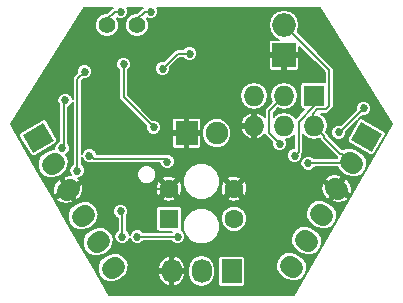
<source format=gbl>
G04 #@! TF.FileFunction,Copper,L2,Bot,Signal*
%FSLAX46Y46*%
G04 Gerber Fmt 4.6, Leading zero omitted, Abs format (unit mm)*
G04 Created by KiCad (PCBNEW 4.0.2-stable) date Thursday, September 29, 2016 'amt' 01:44:10 am*
%MOMM*%
G01*
G04 APERTURE LIST*
%ADD10C,0.100000*%
%ADD11C,1.727200*%
%ADD12O,1.998980X1.998980*%
%ADD13R,1.998980X1.998980*%
%ADD14R,1.600000X1.600000*%
%ADD15C,1.600000*%
%ADD16R,1.727200X1.727200*%
%ADD17O,1.727200X1.727200*%
%ADD18C,1.397000*%
%ADD19R,1.900000X2.000000*%
%ADD20C,1.900000*%
%ADD21R,1.727200X2.032000*%
%ADD22O,1.727200X2.032000*%
%ADD23C,0.685800*%
%ADD24C,0.152400*%
%ADD25C,0.200000*%
G04 APERTURE END LIST*
D10*
G36*
X170138318Y-119924377D02*
X171001918Y-118428577D01*
X172761682Y-119444577D01*
X171898082Y-120940377D01*
X170138318Y-119924377D01*
X170138318Y-119924377D01*
G37*
D11*
X170048018Y-121807982D02*
X170311982Y-121960382D01*
X168778018Y-124007686D02*
X169041982Y-124160086D01*
X167508018Y-126207391D02*
X167771982Y-126359791D01*
X166238018Y-128407095D02*
X166501982Y-128559495D01*
X164968018Y-130606800D02*
X165231982Y-130759200D01*
D12*
X164465000Y-110236000D03*
D13*
X164465000Y-112776000D03*
D14*
X154730000Y-126619000D03*
D15*
X154730000Y-124079000D03*
X160230000Y-124079000D03*
X160230000Y-126619000D03*
D16*
X167005000Y-116205000D03*
D17*
X167005000Y-118745000D03*
X164465000Y-116205000D03*
X164465000Y-118745000D03*
X161925000Y-116205000D03*
X161925000Y-118745000D03*
D18*
X149479000Y-110236000D03*
X152019000Y-110236000D03*
D10*
G36*
X143188918Y-121021786D02*
X142325318Y-119525986D01*
X144085082Y-118509986D01*
X144948682Y-120005786D01*
X143188918Y-121021786D01*
X143188918Y-121021786D01*
G37*
D11*
X144775018Y-122041791D02*
X145038982Y-121889391D01*
X146045018Y-124241495D02*
X146308982Y-124089095D01*
X147315018Y-126441200D02*
X147578982Y-126288800D01*
X148585018Y-128640904D02*
X148848982Y-128488504D01*
X149855018Y-130840609D02*
X150118982Y-130688209D01*
D19*
X156210000Y-119380000D03*
D20*
X158750000Y-119380000D03*
D21*
X160020000Y-131064000D03*
D22*
X157480000Y-131064000D03*
X154940000Y-131064000D03*
D23*
X145669000Y-120650000D03*
X166497000Y-121920000D03*
X145923000Y-116586000D03*
X156464000Y-112649000D03*
X154178000Y-113919000D03*
X169608500Y-120332500D03*
X167894000Y-111442500D03*
X166624000Y-109855000D03*
X169164000Y-112839500D03*
X154559000Y-119380000D03*
X164465000Y-127127002D03*
X162814000Y-130937004D03*
X162814000Y-128778000D03*
X165988996Y-125222004D03*
X165989000Y-123317000D03*
X168275000Y-121158000D03*
X152400000Y-124841000D03*
X149606000Y-124841000D03*
X150622000Y-132461000D03*
X166624000Y-114046000D03*
X160782006Y-111379000D03*
X162687000Y-111379000D03*
X162687000Y-113411000D03*
X160782000Y-113411000D03*
X161036000Y-121158000D03*
X162052000Y-124587000D03*
X163068000Y-121158000D03*
X163068002Y-123444000D03*
X142366998Y-118237000D03*
X144780000Y-118237000D03*
X143383002Y-116586000D03*
X144780000Y-116586000D03*
X144780000Y-114554000D03*
X149098000Y-113284000D03*
X147701000Y-112649000D03*
X156590996Y-109220000D03*
X154813000Y-109220000D03*
X156591000Y-111125000D03*
X146558000Y-111252000D03*
X148209000Y-109220000D03*
X151638000Y-130302000D03*
X153035000Y-131191000D03*
X156591000Y-125476000D03*
X158877000Y-125476000D03*
X162008000Y-122301000D03*
X159766000Y-122301000D03*
X152019001Y-128143000D03*
X155448012Y-128143000D03*
X147955000Y-121285000D03*
X154559000Y-121793000D03*
X169100500Y-119316500D03*
X165354000Y-121285000D03*
X171196000Y-117284496D03*
X164084000Y-120269000D03*
X153162006Y-109093000D03*
X150621994Y-109093000D03*
X150876000Y-113537996D03*
X153416000Y-118872000D03*
X146939000Y-122555000D03*
X150622000Y-125984000D03*
X150748982Y-128143000D03*
X147574000Y-114173000D03*
D24*
X167868599Y-119755921D02*
X169213726Y-121101048D01*
X169396866Y-121101048D02*
X170180000Y-121884182D01*
X167005000Y-118745000D02*
X167868599Y-119608599D01*
X169213726Y-121101048D02*
X169396866Y-121101048D01*
X167868599Y-119608599D02*
X167868599Y-119755921D01*
X145923000Y-116586000D02*
X145796000Y-116713000D01*
X145796000Y-116713000D02*
X145796000Y-120523000D01*
X145796000Y-120523000D02*
X145669000Y-120650000D01*
X167005000Y-118745000D02*
X166878000Y-118618000D01*
X166878000Y-118618000D02*
X166878000Y-117729000D01*
X168000682Y-117348000D02*
X168275000Y-117073682D01*
X166878000Y-117729000D02*
X167259000Y-117348000D01*
X167259000Y-117348000D02*
X168000682Y-117348000D01*
X168275000Y-117073682D02*
X168275000Y-114046000D01*
X168275000Y-114046000D02*
X164465000Y-110236000D01*
X170180000Y-121884182D02*
X166532818Y-121884182D01*
X166532818Y-121884182D02*
X166497000Y-121920000D01*
X154178000Y-113919000D02*
X155448000Y-112649000D01*
X155448000Y-112649000D02*
X156464000Y-112649000D01*
X167894000Y-111125000D02*
X167894000Y-111442500D01*
X166624000Y-109855000D02*
X167894000Y-111125000D01*
X165988996Y-125222004D02*
X164465000Y-126746000D01*
X164465000Y-126746000D02*
X164465000Y-127127002D01*
X168910000Y-124083886D02*
X168397114Y-123571000D01*
X168397114Y-123571000D02*
X166420798Y-123571000D01*
X166420798Y-123571000D02*
X166331899Y-123659899D01*
X166331899Y-123659899D02*
X165989000Y-123317000D01*
X153162000Y-124079000D02*
X152400000Y-124841000D01*
X154730000Y-124079000D02*
X153162000Y-124079000D01*
X149606000Y-124841000D02*
X152400000Y-124841000D01*
X149733000Y-124714000D02*
X149606000Y-124841000D01*
X149860000Y-124714000D02*
X149733000Y-124714000D01*
X151638000Y-130302000D02*
X151638000Y-131445000D01*
X151638000Y-131445000D02*
X150622000Y-132461000D01*
X160782000Y-113411000D02*
X160782000Y-111379006D01*
X160782000Y-111379006D02*
X160782006Y-111379000D01*
X162687000Y-113411000D02*
X162687000Y-111379000D01*
X162941000Y-121158000D02*
X161036000Y-121158000D01*
X163068000Y-121158000D02*
X161036000Y-121158000D01*
X162052000Y-124460002D02*
X162052000Y-124587000D01*
X163068002Y-123444000D02*
X162052000Y-124460002D01*
X143383002Y-117220996D02*
X142366998Y-118237000D01*
X143383002Y-116586000D02*
X143383002Y-117220996D01*
X144780000Y-116586000D02*
X144780000Y-118237000D01*
X144780000Y-114554000D02*
X144780000Y-116586000D01*
X148463000Y-112649000D02*
X149098000Y-113284000D01*
X147701000Y-112649000D02*
X148463000Y-112649000D01*
X156591000Y-109220004D02*
X156590996Y-109220000D01*
X156591000Y-111125000D02*
X156591000Y-109220004D01*
X159766000Y-122301000D02*
X162008000Y-122301000D01*
X155448012Y-128143000D02*
X152019001Y-128143000D01*
X154559000Y-121793000D02*
X154305000Y-121539000D01*
X154305000Y-121539000D02*
X148336000Y-121539000D01*
X148336000Y-121539000D02*
X148082000Y-121285000D01*
X148082000Y-121285000D02*
X147955000Y-121285000D01*
X171196000Y-117284496D02*
X169163996Y-119316500D01*
X169163996Y-119316500D02*
X169100500Y-119316500D01*
X167005000Y-116205000D02*
X167005000Y-117094000D01*
X167005000Y-117094000D02*
X165696899Y-118402101D01*
X165696899Y-118402101D02*
X165696899Y-120942101D01*
X165696899Y-120942101D02*
X165354000Y-121285000D01*
X164465000Y-116205000D02*
X163195000Y-117475000D01*
X163195000Y-117475000D02*
X163195000Y-119380000D01*
X163195000Y-119380000D02*
X164084000Y-120269000D01*
X152654000Y-109093000D02*
X153162006Y-109093000D01*
X152019000Y-109728000D02*
X152654000Y-109093000D01*
X150114000Y-109093000D02*
X150621994Y-109093000D01*
X149479000Y-109728000D02*
X150114000Y-109093000D01*
X150876000Y-116332000D02*
X150876000Y-113537996D01*
X153416000Y-118872000D02*
X150876000Y-116332000D01*
X146939000Y-114808000D02*
X146939000Y-122555000D01*
X147574000Y-114173000D02*
X146939000Y-114808000D01*
X150748982Y-126110982D02*
X150622000Y-125984000D01*
X150748982Y-128143000D02*
X150748982Y-126110982D01*
D25*
G36*
X149847986Y-108826986D02*
X149847984Y-108826989D01*
X149437509Y-109237463D01*
X149281257Y-109237327D01*
X148914134Y-109389019D01*
X148633006Y-109669657D01*
X148480673Y-110036515D01*
X148480327Y-110433743D01*
X148632019Y-110800866D01*
X148912657Y-111081994D01*
X149279515Y-111234327D01*
X149676743Y-111234673D01*
X150043866Y-111082981D01*
X150324994Y-110802343D01*
X150477327Y-110435485D01*
X150477673Y-110038257D01*
X150325981Y-109671134D01*
X150317579Y-109662717D01*
X150493552Y-109735788D01*
X150749314Y-109736011D01*
X150985692Y-109638342D01*
X151166700Y-109457649D01*
X151264782Y-109221442D01*
X151265005Y-108965680D01*
X151181260Y-108763000D01*
X152483749Y-108763000D01*
X152387986Y-108826986D01*
X152387984Y-108826989D01*
X151977509Y-109237463D01*
X151821257Y-109237327D01*
X151454134Y-109389019D01*
X151173006Y-109669657D01*
X151020673Y-110036515D01*
X151020327Y-110433743D01*
X151172019Y-110800866D01*
X151452657Y-111081994D01*
X151819515Y-111234327D01*
X152216743Y-111234673D01*
X152583866Y-111082981D01*
X152864994Y-110802343D01*
X153017327Y-110435485D01*
X153017673Y-110038257D01*
X152865981Y-109671134D01*
X152857571Y-109662709D01*
X153033564Y-109735788D01*
X153289326Y-109736011D01*
X153525704Y-109638342D01*
X153706712Y-109457649D01*
X153804794Y-109221442D01*
X153805017Y-108965680D01*
X153721272Y-108763000D01*
X167470955Y-108763000D01*
X173634201Y-118624196D01*
X165304944Y-133045000D01*
X149655056Y-133045000D01*
X148477002Y-131005381D01*
X148679045Y-131005381D01*
X148824983Y-131435300D01*
X149124336Y-131776646D01*
X149531529Y-131977451D01*
X149984571Y-132007145D01*
X150414490Y-131861207D01*
X150723111Y-131683025D01*
X151045847Y-131399991D01*
X153791081Y-131399991D01*
X153948794Y-131825688D01*
X154257409Y-132158627D01*
X154607470Y-132331473D01*
X154786000Y-132294052D01*
X154786000Y-131218000D01*
X155094000Y-131218000D01*
X155094000Y-132294052D01*
X155272530Y-132331473D01*
X155622591Y-132158627D01*
X155931206Y-131825688D01*
X156088919Y-131399991D01*
X156028494Y-131218000D01*
X155094000Y-131218000D01*
X154786000Y-131218000D01*
X153851506Y-131218000D01*
X153791081Y-131399991D01*
X151045847Y-131399991D01*
X151064456Y-131383672D01*
X151265261Y-130976479D01*
X151281546Y-130728009D01*
X153791081Y-130728009D01*
X153851506Y-130910000D01*
X154786000Y-130910000D01*
X154786000Y-129833948D01*
X155094000Y-129833948D01*
X155094000Y-130910000D01*
X156028494Y-130910000D01*
X156036522Y-130885818D01*
X156316400Y-130885818D01*
X156316400Y-131242182D01*
X156404974Y-131687472D01*
X156657211Y-132064971D01*
X157034710Y-132317208D01*
X157480000Y-132405782D01*
X157925290Y-132317208D01*
X158302789Y-132064971D01*
X158555026Y-131687472D01*
X158643600Y-131242182D01*
X158643600Y-130885818D01*
X158555026Y-130440528D01*
X158302789Y-130063029D01*
X158280297Y-130048000D01*
X158850523Y-130048000D01*
X158850523Y-132080000D01*
X158871442Y-132191173D01*
X158937145Y-132293279D01*
X159037397Y-132361778D01*
X159156400Y-132385877D01*
X160883600Y-132385877D01*
X160994773Y-132364958D01*
X161096879Y-132299255D01*
X161165378Y-132199003D01*
X161189477Y-132080000D01*
X161189477Y-130442028D01*
X163792045Y-130442028D01*
X163821739Y-130895070D01*
X164022544Y-131302263D01*
X164363890Y-131601616D01*
X164672510Y-131779798D01*
X165102429Y-131925736D01*
X165555471Y-131896042D01*
X165962665Y-131695237D01*
X166262017Y-131353892D01*
X166407955Y-130923972D01*
X166378261Y-130470930D01*
X166177456Y-130063737D01*
X165836111Y-129764384D01*
X165527490Y-129586202D01*
X165097571Y-129440264D01*
X164644529Y-129469958D01*
X164237336Y-129670763D01*
X163937983Y-130012109D01*
X163792045Y-130442028D01*
X161189477Y-130442028D01*
X161189477Y-130048000D01*
X161168558Y-129936827D01*
X161102855Y-129834721D01*
X161002603Y-129766222D01*
X160883600Y-129742123D01*
X159156400Y-129742123D01*
X159045227Y-129763042D01*
X158943121Y-129828745D01*
X158874622Y-129928997D01*
X158850523Y-130048000D01*
X158280297Y-130048000D01*
X157925290Y-129810792D01*
X157480000Y-129722218D01*
X157034710Y-129810792D01*
X156657211Y-130063029D01*
X156404974Y-130440528D01*
X156316400Y-130885818D01*
X156036522Y-130885818D01*
X156088919Y-130728009D01*
X155931206Y-130302312D01*
X155622591Y-129969373D01*
X155272530Y-129796527D01*
X155094000Y-129833948D01*
X154786000Y-129833948D01*
X154607470Y-129796527D01*
X154257409Y-129969373D01*
X153948794Y-130302312D01*
X153791081Y-130728009D01*
X151281546Y-130728009D01*
X151294955Y-130523437D01*
X151149017Y-130093517D01*
X150849665Y-129752172D01*
X150442471Y-129551367D01*
X149989429Y-129521673D01*
X149559510Y-129667611D01*
X149250890Y-129845793D01*
X148909544Y-130145146D01*
X148708739Y-130552339D01*
X148679045Y-131005381D01*
X148477002Y-131005381D01*
X147206483Y-128805676D01*
X147409045Y-128805676D01*
X147554983Y-129235595D01*
X147854336Y-129576941D01*
X148261529Y-129777746D01*
X148714571Y-129807440D01*
X149144490Y-129661502D01*
X149453111Y-129483320D01*
X149794456Y-129183967D01*
X149995261Y-128776774D01*
X150024955Y-128323732D01*
X149879017Y-127893812D01*
X149579665Y-127552467D01*
X149172471Y-127351662D01*
X148719429Y-127321968D01*
X148289510Y-127467906D01*
X147980890Y-127646088D01*
X147639544Y-127945441D01*
X147438739Y-128352634D01*
X147409045Y-128805676D01*
X147206483Y-128805676D01*
X145935964Y-126605972D01*
X146139045Y-126605972D01*
X146284983Y-127035891D01*
X146584336Y-127377237D01*
X146991529Y-127578042D01*
X147444571Y-127607736D01*
X147874490Y-127461798D01*
X148183111Y-127283616D01*
X148524456Y-126984263D01*
X148725261Y-126577070D01*
X148754955Y-126124028D01*
X148750642Y-126111320D01*
X149978989Y-126111320D01*
X150076658Y-126347698D01*
X150257351Y-126528706D01*
X150372782Y-126576637D01*
X150372782Y-127610138D01*
X150204276Y-127778351D01*
X150106194Y-128014558D01*
X150105971Y-128270320D01*
X150203640Y-128506698D01*
X150384333Y-128687706D01*
X150620540Y-128785788D01*
X150876302Y-128786011D01*
X151112680Y-128688342D01*
X151293688Y-128507649D01*
X151384093Y-128289931D01*
X151473659Y-128506698D01*
X151654352Y-128687706D01*
X151890559Y-128785788D01*
X152146321Y-128786011D01*
X152382699Y-128688342D01*
X152552136Y-128519200D01*
X154915150Y-128519200D01*
X155083363Y-128687706D01*
X155319570Y-128785788D01*
X155575332Y-128786011D01*
X155811710Y-128688342D01*
X155992718Y-128507649D01*
X156090800Y-128271442D01*
X156091023Y-128015680D01*
X155993354Y-127779302D01*
X155812661Y-127598294D01*
X155779883Y-127584683D01*
X155799507Y-127555961D01*
X155929732Y-127555961D01*
X156165208Y-128125857D01*
X156600849Y-128562260D01*
X157170333Y-128798730D01*
X157786961Y-128799268D01*
X158356857Y-128563792D01*
X158678888Y-128242323D01*
X165062045Y-128242323D01*
X165091739Y-128695365D01*
X165292544Y-129102558D01*
X165633890Y-129401911D01*
X165942510Y-129580093D01*
X166372429Y-129726031D01*
X166825471Y-129696337D01*
X167232665Y-129495532D01*
X167532017Y-129154187D01*
X167677955Y-128724267D01*
X167648261Y-128271225D01*
X167447456Y-127864032D01*
X167106111Y-127564679D01*
X166797490Y-127386497D01*
X166367571Y-127240559D01*
X165914529Y-127270253D01*
X165507336Y-127471058D01*
X165207983Y-127812404D01*
X165062045Y-128242323D01*
X158678888Y-128242323D01*
X158793260Y-128128151D01*
X159029730Y-127558667D01*
X159030268Y-126942039D01*
X158986803Y-126836844D01*
X159129810Y-126836844D01*
X159296922Y-127241286D01*
X159606087Y-127550991D01*
X160010237Y-127718808D01*
X160447844Y-127719190D01*
X160852286Y-127552078D01*
X161161991Y-127242913D01*
X161329808Y-126838763D01*
X161330190Y-126401156D01*
X161182046Y-126042619D01*
X166332045Y-126042619D01*
X166361739Y-126495661D01*
X166562544Y-126902854D01*
X166903890Y-127202207D01*
X167212510Y-127380389D01*
X167642429Y-127526327D01*
X168095471Y-127496633D01*
X168502665Y-127295828D01*
X168802017Y-126954483D01*
X168947955Y-126524563D01*
X168918261Y-126071521D01*
X168717456Y-125664328D01*
X168376111Y-125364975D01*
X168067490Y-125186793D01*
X167822262Y-125103549D01*
X168499121Y-125103549D01*
X168626517Y-125246875D01*
X169074038Y-125323140D01*
X169516679Y-125222341D01*
X169841399Y-125005602D01*
X169898256Y-124832280D01*
X168966368Y-124294254D01*
X168499121Y-125103549D01*
X167822262Y-125103549D01*
X167637571Y-125040855D01*
X167184529Y-125070549D01*
X166777336Y-125271354D01*
X166477983Y-125612700D01*
X166332045Y-126042619D01*
X161182046Y-126042619D01*
X161163078Y-125996714D01*
X160853913Y-125687009D01*
X160449763Y-125519192D01*
X160012156Y-125518810D01*
X159607714Y-125685922D01*
X159298009Y-125995087D01*
X159130192Y-126399237D01*
X159129810Y-126836844D01*
X158986803Y-126836844D01*
X158794792Y-126372143D01*
X158359151Y-125935740D01*
X157789667Y-125699270D01*
X157173039Y-125698732D01*
X156603143Y-125934208D01*
X156166740Y-126369849D01*
X155930270Y-126939333D01*
X155929732Y-127555961D01*
X155799507Y-127555961D01*
X155811778Y-127538003D01*
X155835877Y-127419000D01*
X155835877Y-125819000D01*
X155814958Y-125707827D01*
X155749255Y-125605721D01*
X155649003Y-125537222D01*
X155530000Y-125513123D01*
X153930000Y-125513123D01*
X153818827Y-125534042D01*
X153716721Y-125599745D01*
X153648222Y-125699997D01*
X153624123Y-125819000D01*
X153624123Y-127419000D01*
X153645042Y-127530173D01*
X153710745Y-127632279D01*
X153810997Y-127700778D01*
X153930000Y-127724877D01*
X154956873Y-127724877D01*
X154914877Y-127766800D01*
X152551863Y-127766800D01*
X152383650Y-127598294D01*
X152147443Y-127500212D01*
X151891681Y-127499989D01*
X151655303Y-127597658D01*
X151474295Y-127778351D01*
X151383890Y-127996069D01*
X151294324Y-127779302D01*
X151125182Y-127609865D01*
X151125182Y-126390101D01*
X151166706Y-126348649D01*
X151264788Y-126112442D01*
X151265011Y-125856680D01*
X151167342Y-125620302D01*
X150986649Y-125439294D01*
X150750442Y-125341212D01*
X150494680Y-125340989D01*
X150258302Y-125438658D01*
X150077294Y-125619351D01*
X149979212Y-125855558D01*
X149978989Y-126111320D01*
X148750642Y-126111320D01*
X148609017Y-125694108D01*
X148309665Y-125352763D01*
X147902471Y-125151958D01*
X147449429Y-125122264D01*
X147019510Y-125268202D01*
X146710890Y-125446384D01*
X146369544Y-125745737D01*
X146168739Y-126152930D01*
X146139045Y-126605972D01*
X145935964Y-126605972D01*
X144958525Y-124913689D01*
X145188744Y-124913689D01*
X145245601Y-125087011D01*
X145570321Y-125303750D01*
X146012962Y-125404549D01*
X146460483Y-125328284D01*
X146587879Y-125184958D01*
X146120632Y-124375663D01*
X145188744Y-124913689D01*
X144958525Y-124913689D01*
X144500948Y-124121467D01*
X144887730Y-124121467D01*
X144913071Y-124511052D01*
X145034744Y-124646953D01*
X145771367Y-124221663D01*
X146387368Y-124221663D01*
X146854615Y-125030958D01*
X147042436Y-124992293D01*
X147102508Y-124919861D01*
X154106928Y-124919861D01*
X154201602Y-125068278D01*
X154620403Y-125195183D01*
X155055891Y-125152160D01*
X155258398Y-125068278D01*
X155353072Y-124919861D01*
X154730000Y-124296789D01*
X154106928Y-124919861D01*
X147102508Y-124919861D01*
X147332244Y-124642861D01*
X147466270Y-124209123D01*
X147450678Y-123969403D01*
X153613817Y-123969403D01*
X153656840Y-124404891D01*
X153740722Y-124607398D01*
X153889139Y-124702072D01*
X154512211Y-124079000D01*
X154947789Y-124079000D01*
X155570861Y-124702072D01*
X155719278Y-124607398D01*
X155846183Y-124188597D01*
X155803442Y-123755961D01*
X155929732Y-123755961D01*
X156165208Y-124325857D01*
X156600849Y-124762260D01*
X157170333Y-124998730D01*
X157786961Y-124999268D01*
X157979140Y-124919861D01*
X159606928Y-124919861D01*
X159701602Y-125068278D01*
X160120403Y-125195183D01*
X160555891Y-125152160D01*
X160758398Y-125068278D01*
X160853072Y-124919861D01*
X160230000Y-124296789D01*
X159606928Y-124919861D01*
X157979140Y-124919861D01*
X158356857Y-124763792D01*
X158793260Y-124328151D01*
X158942224Y-123969403D01*
X159113817Y-123969403D01*
X159156840Y-124404891D01*
X159240722Y-124607398D01*
X159389139Y-124702072D01*
X160012211Y-124079000D01*
X160447789Y-124079000D01*
X161070861Y-124702072D01*
X161219278Y-124607398D01*
X161346183Y-124188597D01*
X161340169Y-124127714D01*
X167620730Y-124127714D01*
X167754756Y-124561452D01*
X168044564Y-124910884D01*
X168232385Y-124949549D01*
X168699632Y-124140254D01*
X168504368Y-124027518D01*
X169120368Y-124027518D01*
X170052256Y-124565544D01*
X170173929Y-124429643D01*
X170199270Y-124040058D01*
X170065244Y-123606320D01*
X169775436Y-123256888D01*
X169587615Y-123218223D01*
X169120368Y-124027518D01*
X168504368Y-124027518D01*
X167767744Y-123602228D01*
X167646071Y-123738129D01*
X167620730Y-124127714D01*
X161340169Y-124127714D01*
X161303160Y-123753109D01*
X161219278Y-123550602D01*
X161070861Y-123455928D01*
X160447789Y-124079000D01*
X160012211Y-124079000D01*
X159389139Y-123455928D01*
X159240722Y-123550602D01*
X159113817Y-123969403D01*
X158942224Y-123969403D01*
X159029730Y-123758667D01*
X159030184Y-123238139D01*
X159606928Y-123238139D01*
X160230000Y-123861211D01*
X160755719Y-123335492D01*
X167921744Y-123335492D01*
X168853632Y-123873518D01*
X169320879Y-123064223D01*
X169193483Y-122920897D01*
X168745962Y-122844632D01*
X168303321Y-122945431D01*
X167978601Y-123162170D01*
X167921744Y-123335492D01*
X160755719Y-123335492D01*
X160853072Y-123238139D01*
X160758398Y-123089722D01*
X160339597Y-122962817D01*
X159904109Y-123005840D01*
X159701602Y-123089722D01*
X159606928Y-123238139D01*
X159030184Y-123238139D01*
X159030268Y-123142039D01*
X158794792Y-122572143D01*
X158359151Y-122135740D01*
X157789667Y-121899270D01*
X157173039Y-121898732D01*
X156603143Y-122134208D01*
X156166740Y-122569849D01*
X155930270Y-123139333D01*
X155929732Y-123755961D01*
X155803442Y-123755961D01*
X155803160Y-123753109D01*
X155719278Y-123550602D01*
X155570861Y-123455928D01*
X154947789Y-124079000D01*
X154512211Y-124079000D01*
X153889139Y-123455928D01*
X153740722Y-123550602D01*
X153613817Y-123969403D01*
X147450678Y-123969403D01*
X147440929Y-123819538D01*
X147319256Y-123683637D01*
X146387368Y-124221663D01*
X145771367Y-124221663D01*
X145966632Y-124108927D01*
X145499385Y-123299632D01*
X145311564Y-123338297D01*
X145021756Y-123687729D01*
X144887730Y-124121467D01*
X144500948Y-124121467D01*
X143394925Y-122206563D01*
X143599045Y-122206563D01*
X143744983Y-122636482D01*
X144044336Y-122977828D01*
X144451529Y-123178633D01*
X144904571Y-123208327D01*
X145334490Y-123062389D01*
X145643111Y-122884207D01*
X145984456Y-122584854D01*
X146185261Y-122177661D01*
X146214955Y-121724619D01*
X146069017Y-121294699D01*
X145995399Y-121210754D01*
X146032698Y-121195342D01*
X146213706Y-121014649D01*
X146311788Y-120778442D01*
X146312011Y-120522680D01*
X146214342Y-120286302D01*
X146172200Y-120244087D01*
X146172200Y-117178651D01*
X146286698Y-117131342D01*
X146467706Y-116950649D01*
X146562800Y-116721638D01*
X146562800Y-122022138D01*
X146394294Y-122190351D01*
X146296212Y-122426558D01*
X146295989Y-122682320D01*
X146393658Y-122918698D01*
X146418626Y-122943709D01*
X146341038Y-122926041D01*
X145893517Y-123002306D01*
X145766121Y-123145632D01*
X146233368Y-123954927D01*
X147165256Y-123416901D01*
X147108399Y-123243579D01*
X147040094Y-123197988D01*
X147066320Y-123198011D01*
X147302698Y-123100342D01*
X147345682Y-123057432D01*
X152029861Y-123057432D01*
X152151397Y-123351572D01*
X152376245Y-123576812D01*
X152670172Y-123698861D01*
X152988432Y-123699139D01*
X153282572Y-123577603D01*
X153507812Y-123352755D01*
X153555404Y-123238139D01*
X154106928Y-123238139D01*
X154730000Y-123861211D01*
X155353072Y-123238139D01*
X155258398Y-123089722D01*
X154839597Y-122962817D01*
X154404109Y-123005840D01*
X154201602Y-123089722D01*
X154106928Y-123238139D01*
X153555404Y-123238139D01*
X153629861Y-123058828D01*
X153630139Y-122740568D01*
X153508603Y-122446428D01*
X153283755Y-122221188D01*
X152989828Y-122099139D01*
X152671568Y-122098861D01*
X152377428Y-122220397D01*
X152152188Y-122445245D01*
X152030139Y-122739172D01*
X152029861Y-123057432D01*
X147345682Y-123057432D01*
X147483706Y-122919649D01*
X147581788Y-122683442D01*
X147582011Y-122427680D01*
X147484342Y-122191302D01*
X147315200Y-122021865D01*
X147315200Y-121420091D01*
X147409658Y-121648698D01*
X147590351Y-121829706D01*
X147826558Y-121927788D01*
X148082320Y-121928011D01*
X148188442Y-121884163D01*
X148192034Y-121886563D01*
X148336000Y-121915200D01*
X153915993Y-121915200D01*
X153915989Y-121920320D01*
X154013658Y-122156698D01*
X154194351Y-122337706D01*
X154430558Y-122435788D01*
X154686320Y-122436011D01*
X154922698Y-122338342D01*
X155103706Y-122157649D01*
X155201788Y-121921442D01*
X155202011Y-121665680D01*
X155104342Y-121429302D01*
X154923649Y-121248294D01*
X154687442Y-121150212D01*
X154431680Y-121149989D01*
X154369584Y-121175646D01*
X154305000Y-121162799D01*
X154304995Y-121162800D01*
X148598007Y-121162800D01*
X148598011Y-121157680D01*
X148500342Y-120921302D01*
X148319649Y-120740294D01*
X148083442Y-120642212D01*
X147827680Y-120641989D01*
X147591302Y-120739658D01*
X147410294Y-120920351D01*
X147315200Y-121149362D01*
X147315200Y-119609000D01*
X154960000Y-119609000D01*
X154960000Y-120439674D01*
X155005672Y-120549937D01*
X155090064Y-120634328D01*
X155200327Y-120680000D01*
X155981000Y-120680000D01*
X156056000Y-120605000D01*
X156056000Y-119534000D01*
X156364000Y-119534000D01*
X156364000Y-120605000D01*
X156439000Y-120680000D01*
X157219673Y-120680000D01*
X157329936Y-120634328D01*
X157414328Y-120549937D01*
X157460000Y-120439674D01*
X157460000Y-119627550D01*
X157499783Y-119627550D01*
X157689684Y-120087143D01*
X158041007Y-120439081D01*
X158500269Y-120629783D01*
X158997550Y-120630217D01*
X159457143Y-120440316D01*
X159809081Y-120088993D01*
X159999783Y-119629731D01*
X160000217Y-119132450D01*
X159977526Y-119077532D01*
X160809912Y-119077532D01*
X161022048Y-119478945D01*
X161371650Y-119768622D01*
X161592470Y-119860073D01*
X161771000Y-119822652D01*
X161771000Y-118899000D01*
X160846621Y-118899000D01*
X160809912Y-119077532D01*
X159977526Y-119077532D01*
X159810316Y-118672857D01*
X159550383Y-118412468D01*
X160809912Y-118412468D01*
X160846621Y-118591000D01*
X161771000Y-118591000D01*
X161771000Y-117667348D01*
X162079000Y-117667348D01*
X162079000Y-118591000D01*
X162099000Y-118591000D01*
X162099000Y-118899000D01*
X162079000Y-118899000D01*
X162079000Y-119822652D01*
X162257530Y-119860073D01*
X162478350Y-119768622D01*
X162827952Y-119478945D01*
X162835602Y-119464469D01*
X162840662Y-119489907D01*
X162847437Y-119523966D01*
X162915606Y-119625989D01*
X162928986Y-119646014D01*
X163441197Y-120158224D01*
X163440989Y-120396320D01*
X163538658Y-120632698D01*
X163719351Y-120813706D01*
X163955558Y-120911788D01*
X164211320Y-120912011D01*
X164447698Y-120814342D01*
X164628706Y-120633649D01*
X164726788Y-120397442D01*
X164727011Y-120141680D01*
X164629342Y-119905302D01*
X164623849Y-119899799D01*
X164910290Y-119842822D01*
X165287789Y-119590585D01*
X165320699Y-119541332D01*
X165320699Y-120642071D01*
X165226680Y-120641989D01*
X164990302Y-120739658D01*
X164809294Y-120920351D01*
X164711212Y-121156558D01*
X164710989Y-121412320D01*
X164808658Y-121648698D01*
X164989351Y-121829706D01*
X165225558Y-121927788D01*
X165481320Y-121928011D01*
X165717698Y-121830342D01*
X165898706Y-121649649D01*
X165996788Y-121413442D01*
X165997011Y-121157680D01*
X165996859Y-121157311D01*
X166044462Y-121086067D01*
X166073099Y-120942101D01*
X166073099Y-119427288D01*
X166182211Y-119590585D01*
X166559710Y-119842822D01*
X167005000Y-119931396D01*
X167450290Y-119842822D01*
X167502716Y-119807792D01*
X167509685Y-119842822D01*
X167521036Y-119899887D01*
X167592599Y-120006989D01*
X167602585Y-120021935D01*
X168947710Y-121367059D01*
X168947712Y-121367062D01*
X168962443Y-121376905D01*
X168917949Y-121507982D01*
X166994106Y-121507982D01*
X166861649Y-121375294D01*
X166625442Y-121277212D01*
X166369680Y-121276989D01*
X166133302Y-121374658D01*
X165952294Y-121555351D01*
X165854212Y-121791558D01*
X165853989Y-122047320D01*
X165951658Y-122283698D01*
X166132351Y-122464706D01*
X166368558Y-122562788D01*
X166624320Y-122563011D01*
X166860698Y-122465342D01*
X167041706Y-122284649D01*
X167051783Y-122260382D01*
X168982679Y-122260382D01*
X169102544Y-122503445D01*
X169443890Y-122802798D01*
X169752510Y-122980980D01*
X170182429Y-123126918D01*
X170635471Y-123097224D01*
X171042665Y-122896419D01*
X171342017Y-122555074D01*
X171487955Y-122125154D01*
X171458261Y-121672112D01*
X171257456Y-121264919D01*
X170916111Y-120965566D01*
X170607490Y-120787384D01*
X170177571Y-120641446D01*
X169724529Y-120671140D01*
X169547931Y-120758228D01*
X169540832Y-120753485D01*
X169516945Y-120748734D01*
X169396866Y-120724847D01*
X169396861Y-120724848D01*
X169369553Y-120724848D01*
X168242687Y-119597981D01*
X168216162Y-119464633D01*
X168202256Y-119443820D01*
X168457489Y-119443820D01*
X168555158Y-119680198D01*
X168735851Y-119861206D01*
X168972058Y-119959288D01*
X169227820Y-119959511D01*
X169464198Y-119861842D01*
X169645206Y-119681149D01*
X169743288Y-119444942D01*
X169743441Y-119269083D01*
X170738053Y-118274470D01*
X170737021Y-118275639D01*
X169873421Y-119771439D01*
X169835950Y-119878177D01*
X169841798Y-119999455D01*
X169894369Y-120108902D01*
X169985380Y-120189274D01*
X171745144Y-121205274D01*
X171851882Y-121242745D01*
X171973160Y-121236897D01*
X172082608Y-121184326D01*
X172162979Y-121093315D01*
X173026579Y-119597515D01*
X173064050Y-119490777D01*
X173058202Y-119369499D01*
X173005631Y-119260052D01*
X172914620Y-119179680D01*
X171154856Y-118163680D01*
X171048118Y-118126209D01*
X170926840Y-118132057D01*
X170837603Y-118174920D01*
X171085224Y-117927299D01*
X171323320Y-117927507D01*
X171559698Y-117829838D01*
X171740706Y-117649145D01*
X171838788Y-117412938D01*
X171839011Y-117157176D01*
X171741342Y-116920798D01*
X171560649Y-116739790D01*
X171324442Y-116641708D01*
X171068680Y-116641485D01*
X170832302Y-116739154D01*
X170651294Y-116919847D01*
X170553212Y-117156054D01*
X170553003Y-117395466D01*
X169261314Y-118687154D01*
X169228942Y-118673712D01*
X168973180Y-118673489D01*
X168736802Y-118771158D01*
X168555794Y-118951851D01*
X168457712Y-119188058D01*
X168457489Y-119443820D01*
X168202256Y-119443820D01*
X168134613Y-119342585D01*
X168134610Y-119342583D01*
X168050020Y-119257993D01*
X168080026Y-119213086D01*
X168168600Y-118767796D01*
X168168600Y-118722204D01*
X168080026Y-118276914D01*
X167827789Y-117899415D01*
X167565561Y-117724200D01*
X168000677Y-117724200D01*
X168000682Y-117724201D01*
X168120761Y-117700314D01*
X168144648Y-117695563D01*
X168266696Y-117614014D01*
X168541011Y-117339698D01*
X168541014Y-117339696D01*
X168622563Y-117217648D01*
X168651200Y-117073682D01*
X168651200Y-114046005D01*
X168651201Y-114046000D01*
X168622564Y-113902035D01*
X168560602Y-113809302D01*
X168541014Y-113779986D01*
X168541011Y-113779984D01*
X165607176Y-110846148D01*
X165665572Y-110758752D01*
X165764490Y-110261459D01*
X165764490Y-110210541D01*
X165665572Y-109713248D01*
X165383878Y-109291663D01*
X164962293Y-109009969D01*
X164465000Y-108911051D01*
X163967707Y-109009969D01*
X163546122Y-109291663D01*
X163264428Y-109713248D01*
X163165510Y-110210541D01*
X163165510Y-110261459D01*
X163264428Y-110758752D01*
X163546122Y-111180337D01*
X163967707Y-111462031D01*
X164040498Y-111476510D01*
X163405837Y-111476510D01*
X163295574Y-111522182D01*
X163211182Y-111606573D01*
X163165510Y-111716836D01*
X163165510Y-112547000D01*
X163240510Y-112622000D01*
X164311000Y-112622000D01*
X164311000Y-112602000D01*
X164619000Y-112602000D01*
X164619000Y-112622000D01*
X165689490Y-112622000D01*
X165764490Y-112547000D01*
X165764490Y-112067518D01*
X167898800Y-114201827D01*
X167898800Y-115041639D01*
X167868600Y-115035523D01*
X166141400Y-115035523D01*
X166030227Y-115056442D01*
X165928121Y-115122145D01*
X165859622Y-115222397D01*
X165835523Y-115341400D01*
X165835523Y-117068600D01*
X165856442Y-117179773D01*
X165922145Y-117281879D01*
X166022397Y-117350378D01*
X166141400Y-117374477D01*
X166192496Y-117374477D01*
X165439903Y-118127069D01*
X165287789Y-117899415D01*
X164910290Y-117647178D01*
X164465000Y-117558604D01*
X164019710Y-117647178D01*
X163642211Y-117899415D01*
X163571200Y-118005690D01*
X163571200Y-117630828D01*
X163947473Y-117254555D01*
X164019710Y-117302822D01*
X164465000Y-117391396D01*
X164910290Y-117302822D01*
X165287789Y-117050585D01*
X165540026Y-116673086D01*
X165628600Y-116227796D01*
X165628600Y-116182204D01*
X165540026Y-115736914D01*
X165287789Y-115359415D01*
X164910290Y-115107178D01*
X164465000Y-115018604D01*
X164019710Y-115107178D01*
X163642211Y-115359415D01*
X163389974Y-115736914D01*
X163301400Y-116182204D01*
X163301400Y-116227796D01*
X163389974Y-116673086D01*
X163419980Y-116717993D01*
X162928986Y-117208986D01*
X162847437Y-117331034D01*
X162847437Y-117331035D01*
X162818799Y-117475000D01*
X162818800Y-117475005D01*
X162818800Y-118003472D01*
X162478350Y-117721378D01*
X162257530Y-117629927D01*
X162079000Y-117667348D01*
X161771000Y-117667348D01*
X161592470Y-117629927D01*
X161371650Y-117721378D01*
X161022048Y-118011055D01*
X160809912Y-118412468D01*
X159550383Y-118412468D01*
X159458993Y-118320919D01*
X158999731Y-118130217D01*
X158502450Y-118129783D01*
X158042857Y-118319684D01*
X157690919Y-118671007D01*
X157500217Y-119130269D01*
X157499783Y-119627550D01*
X157460000Y-119627550D01*
X157460000Y-119609000D01*
X157385000Y-119534000D01*
X156364000Y-119534000D01*
X156056000Y-119534000D01*
X155035000Y-119534000D01*
X154960000Y-119609000D01*
X147315200Y-119609000D01*
X147315200Y-114963828D01*
X147463224Y-114815803D01*
X147701320Y-114816011D01*
X147937698Y-114718342D01*
X148118706Y-114537649D01*
X148216788Y-114301442D01*
X148217011Y-114045680D01*
X148119342Y-113809302D01*
X147975607Y-113665316D01*
X150232989Y-113665316D01*
X150330658Y-113901694D01*
X150499800Y-114071131D01*
X150499800Y-116331995D01*
X150499799Y-116332000D01*
X150521688Y-116442035D01*
X150528437Y-116475966D01*
X150590623Y-116569035D01*
X150609986Y-116598014D01*
X152773197Y-118761224D01*
X152772989Y-118999320D01*
X152870658Y-119235698D01*
X153051351Y-119416706D01*
X153287558Y-119514788D01*
X153543320Y-119515011D01*
X153779698Y-119417342D01*
X153960706Y-119236649D01*
X154058788Y-119000442D01*
X154059011Y-118744680D01*
X153961342Y-118508302D01*
X153780649Y-118327294D01*
X153763869Y-118320326D01*
X154960000Y-118320326D01*
X154960000Y-119151000D01*
X155035000Y-119226000D01*
X156056000Y-119226000D01*
X156056000Y-118155000D01*
X156364000Y-118155000D01*
X156364000Y-119226000D01*
X157385000Y-119226000D01*
X157460000Y-119151000D01*
X157460000Y-118320326D01*
X157414328Y-118210063D01*
X157329936Y-118125672D01*
X157219673Y-118080000D01*
X156439000Y-118080000D01*
X156364000Y-118155000D01*
X156056000Y-118155000D01*
X155981000Y-118080000D01*
X155200327Y-118080000D01*
X155090064Y-118125672D01*
X155005672Y-118210063D01*
X154960000Y-118320326D01*
X153763869Y-118320326D01*
X153544442Y-118229212D01*
X153305030Y-118229003D01*
X151258232Y-116182204D01*
X160761400Y-116182204D01*
X160761400Y-116227796D01*
X160849974Y-116673086D01*
X161102211Y-117050585D01*
X161479710Y-117302822D01*
X161925000Y-117391396D01*
X162370290Y-117302822D01*
X162747789Y-117050585D01*
X163000026Y-116673086D01*
X163088600Y-116227796D01*
X163088600Y-116182204D01*
X163000026Y-115736914D01*
X162747789Y-115359415D01*
X162370290Y-115107178D01*
X161925000Y-115018604D01*
X161479710Y-115107178D01*
X161102211Y-115359415D01*
X160849974Y-115736914D01*
X160761400Y-116182204D01*
X151258232Y-116182204D01*
X151252200Y-116176172D01*
X151252200Y-114070858D01*
X151276780Y-114046320D01*
X153534989Y-114046320D01*
X153632658Y-114282698D01*
X153813351Y-114463706D01*
X154049558Y-114561788D01*
X154305320Y-114562011D01*
X154541698Y-114464342D01*
X154722706Y-114283649D01*
X154820788Y-114047442D01*
X154820997Y-113808031D01*
X155603827Y-113025200D01*
X155931138Y-113025200D01*
X156099351Y-113193706D01*
X156335558Y-113291788D01*
X156591320Y-113292011D01*
X156827698Y-113194342D01*
X157008706Y-113013649D01*
X157012297Y-113005000D01*
X163165510Y-113005000D01*
X163165510Y-113835164D01*
X163211182Y-113945427D01*
X163295574Y-114029818D01*
X163405837Y-114075490D01*
X164236000Y-114075490D01*
X164311000Y-114000490D01*
X164311000Y-112930000D01*
X164619000Y-112930000D01*
X164619000Y-114000490D01*
X164694000Y-114075490D01*
X165524163Y-114075490D01*
X165634426Y-114029818D01*
X165718818Y-113945427D01*
X165764490Y-113835164D01*
X165764490Y-113005000D01*
X165689490Y-112930000D01*
X164619000Y-112930000D01*
X164311000Y-112930000D01*
X163240510Y-112930000D01*
X163165510Y-113005000D01*
X157012297Y-113005000D01*
X157106788Y-112777442D01*
X157107011Y-112521680D01*
X157009342Y-112285302D01*
X156828649Y-112104294D01*
X156592442Y-112006212D01*
X156336680Y-112005989D01*
X156100302Y-112103658D01*
X155930865Y-112272800D01*
X155448000Y-112272800D01*
X155304034Y-112301437D01*
X155181986Y-112382986D01*
X155181984Y-112382989D01*
X154288776Y-113276197D01*
X154050680Y-113275989D01*
X153814302Y-113373658D01*
X153633294Y-113554351D01*
X153535212Y-113790558D01*
X153534989Y-114046320D01*
X151276780Y-114046320D01*
X151420706Y-113902645D01*
X151518788Y-113666438D01*
X151519011Y-113410676D01*
X151421342Y-113174298D01*
X151240649Y-112993290D01*
X151004442Y-112895208D01*
X150748680Y-112894985D01*
X150512302Y-112992654D01*
X150331294Y-113173347D01*
X150233212Y-113409554D01*
X150232989Y-113665316D01*
X147975607Y-113665316D01*
X147938649Y-113628294D01*
X147702442Y-113530212D01*
X147446680Y-113529989D01*
X147210302Y-113627658D01*
X147029294Y-113808351D01*
X146931212Y-114044558D01*
X146931003Y-114283969D01*
X146672986Y-114541986D01*
X146591437Y-114664034D01*
X146591437Y-114664035D01*
X146562799Y-114808000D01*
X146562800Y-114808005D01*
X146562800Y-116450909D01*
X146468342Y-116222302D01*
X146287649Y-116041294D01*
X146051442Y-115943212D01*
X145795680Y-115942989D01*
X145559302Y-116040658D01*
X145378294Y-116221351D01*
X145280212Y-116457558D01*
X145279989Y-116713320D01*
X145377658Y-116949698D01*
X145419800Y-116991913D01*
X145419800Y-120057349D01*
X145305302Y-120104658D01*
X145124294Y-120285351D01*
X145026212Y-120521558D01*
X145026030Y-120730497D01*
X144909429Y-120722855D01*
X144479510Y-120868793D01*
X144170890Y-121046975D01*
X143829544Y-121346328D01*
X143628739Y-121753521D01*
X143599045Y-122206563D01*
X143394925Y-122206563D01*
X141868510Y-119563815D01*
X142021789Y-119563815D01*
X142060421Y-119678924D01*
X142924021Y-121174724D01*
X142997723Y-121260544D01*
X143105677Y-121316119D01*
X143226747Y-121325315D01*
X143341856Y-121286683D01*
X145101620Y-120270683D01*
X145187440Y-120196981D01*
X145243015Y-120089027D01*
X145252211Y-119967957D01*
X145213579Y-119852848D01*
X144349979Y-118357048D01*
X144276277Y-118271228D01*
X144168323Y-118215653D01*
X144047253Y-118206457D01*
X143932144Y-118245089D01*
X142172380Y-119261089D01*
X142086560Y-119334791D01*
X142030985Y-119442745D01*
X142021789Y-119563815D01*
X141868510Y-119563815D01*
X141325798Y-118624195D01*
X147489045Y-108763000D01*
X149943749Y-108763000D01*
X149847986Y-108826986D01*
X149847986Y-108826986D01*
G37*
X149847986Y-108826986D02*
X149847984Y-108826989D01*
X149437509Y-109237463D01*
X149281257Y-109237327D01*
X148914134Y-109389019D01*
X148633006Y-109669657D01*
X148480673Y-110036515D01*
X148480327Y-110433743D01*
X148632019Y-110800866D01*
X148912657Y-111081994D01*
X149279515Y-111234327D01*
X149676743Y-111234673D01*
X150043866Y-111082981D01*
X150324994Y-110802343D01*
X150477327Y-110435485D01*
X150477673Y-110038257D01*
X150325981Y-109671134D01*
X150317579Y-109662717D01*
X150493552Y-109735788D01*
X150749314Y-109736011D01*
X150985692Y-109638342D01*
X151166700Y-109457649D01*
X151264782Y-109221442D01*
X151265005Y-108965680D01*
X151181260Y-108763000D01*
X152483749Y-108763000D01*
X152387986Y-108826986D01*
X152387984Y-108826989D01*
X151977509Y-109237463D01*
X151821257Y-109237327D01*
X151454134Y-109389019D01*
X151173006Y-109669657D01*
X151020673Y-110036515D01*
X151020327Y-110433743D01*
X151172019Y-110800866D01*
X151452657Y-111081994D01*
X151819515Y-111234327D01*
X152216743Y-111234673D01*
X152583866Y-111082981D01*
X152864994Y-110802343D01*
X153017327Y-110435485D01*
X153017673Y-110038257D01*
X152865981Y-109671134D01*
X152857571Y-109662709D01*
X153033564Y-109735788D01*
X153289326Y-109736011D01*
X153525704Y-109638342D01*
X153706712Y-109457649D01*
X153804794Y-109221442D01*
X153805017Y-108965680D01*
X153721272Y-108763000D01*
X167470955Y-108763000D01*
X173634201Y-118624196D01*
X165304944Y-133045000D01*
X149655056Y-133045000D01*
X148477002Y-131005381D01*
X148679045Y-131005381D01*
X148824983Y-131435300D01*
X149124336Y-131776646D01*
X149531529Y-131977451D01*
X149984571Y-132007145D01*
X150414490Y-131861207D01*
X150723111Y-131683025D01*
X151045847Y-131399991D01*
X153791081Y-131399991D01*
X153948794Y-131825688D01*
X154257409Y-132158627D01*
X154607470Y-132331473D01*
X154786000Y-132294052D01*
X154786000Y-131218000D01*
X155094000Y-131218000D01*
X155094000Y-132294052D01*
X155272530Y-132331473D01*
X155622591Y-132158627D01*
X155931206Y-131825688D01*
X156088919Y-131399991D01*
X156028494Y-131218000D01*
X155094000Y-131218000D01*
X154786000Y-131218000D01*
X153851506Y-131218000D01*
X153791081Y-131399991D01*
X151045847Y-131399991D01*
X151064456Y-131383672D01*
X151265261Y-130976479D01*
X151281546Y-130728009D01*
X153791081Y-130728009D01*
X153851506Y-130910000D01*
X154786000Y-130910000D01*
X154786000Y-129833948D01*
X155094000Y-129833948D01*
X155094000Y-130910000D01*
X156028494Y-130910000D01*
X156036522Y-130885818D01*
X156316400Y-130885818D01*
X156316400Y-131242182D01*
X156404974Y-131687472D01*
X156657211Y-132064971D01*
X157034710Y-132317208D01*
X157480000Y-132405782D01*
X157925290Y-132317208D01*
X158302789Y-132064971D01*
X158555026Y-131687472D01*
X158643600Y-131242182D01*
X158643600Y-130885818D01*
X158555026Y-130440528D01*
X158302789Y-130063029D01*
X158280297Y-130048000D01*
X158850523Y-130048000D01*
X158850523Y-132080000D01*
X158871442Y-132191173D01*
X158937145Y-132293279D01*
X159037397Y-132361778D01*
X159156400Y-132385877D01*
X160883600Y-132385877D01*
X160994773Y-132364958D01*
X161096879Y-132299255D01*
X161165378Y-132199003D01*
X161189477Y-132080000D01*
X161189477Y-130442028D01*
X163792045Y-130442028D01*
X163821739Y-130895070D01*
X164022544Y-131302263D01*
X164363890Y-131601616D01*
X164672510Y-131779798D01*
X165102429Y-131925736D01*
X165555471Y-131896042D01*
X165962665Y-131695237D01*
X166262017Y-131353892D01*
X166407955Y-130923972D01*
X166378261Y-130470930D01*
X166177456Y-130063737D01*
X165836111Y-129764384D01*
X165527490Y-129586202D01*
X165097571Y-129440264D01*
X164644529Y-129469958D01*
X164237336Y-129670763D01*
X163937983Y-130012109D01*
X163792045Y-130442028D01*
X161189477Y-130442028D01*
X161189477Y-130048000D01*
X161168558Y-129936827D01*
X161102855Y-129834721D01*
X161002603Y-129766222D01*
X160883600Y-129742123D01*
X159156400Y-129742123D01*
X159045227Y-129763042D01*
X158943121Y-129828745D01*
X158874622Y-129928997D01*
X158850523Y-130048000D01*
X158280297Y-130048000D01*
X157925290Y-129810792D01*
X157480000Y-129722218D01*
X157034710Y-129810792D01*
X156657211Y-130063029D01*
X156404974Y-130440528D01*
X156316400Y-130885818D01*
X156036522Y-130885818D01*
X156088919Y-130728009D01*
X155931206Y-130302312D01*
X155622591Y-129969373D01*
X155272530Y-129796527D01*
X155094000Y-129833948D01*
X154786000Y-129833948D01*
X154607470Y-129796527D01*
X154257409Y-129969373D01*
X153948794Y-130302312D01*
X153791081Y-130728009D01*
X151281546Y-130728009D01*
X151294955Y-130523437D01*
X151149017Y-130093517D01*
X150849665Y-129752172D01*
X150442471Y-129551367D01*
X149989429Y-129521673D01*
X149559510Y-129667611D01*
X149250890Y-129845793D01*
X148909544Y-130145146D01*
X148708739Y-130552339D01*
X148679045Y-131005381D01*
X148477002Y-131005381D01*
X147206483Y-128805676D01*
X147409045Y-128805676D01*
X147554983Y-129235595D01*
X147854336Y-129576941D01*
X148261529Y-129777746D01*
X148714571Y-129807440D01*
X149144490Y-129661502D01*
X149453111Y-129483320D01*
X149794456Y-129183967D01*
X149995261Y-128776774D01*
X150024955Y-128323732D01*
X149879017Y-127893812D01*
X149579665Y-127552467D01*
X149172471Y-127351662D01*
X148719429Y-127321968D01*
X148289510Y-127467906D01*
X147980890Y-127646088D01*
X147639544Y-127945441D01*
X147438739Y-128352634D01*
X147409045Y-128805676D01*
X147206483Y-128805676D01*
X145935964Y-126605972D01*
X146139045Y-126605972D01*
X146284983Y-127035891D01*
X146584336Y-127377237D01*
X146991529Y-127578042D01*
X147444571Y-127607736D01*
X147874490Y-127461798D01*
X148183111Y-127283616D01*
X148524456Y-126984263D01*
X148725261Y-126577070D01*
X148754955Y-126124028D01*
X148750642Y-126111320D01*
X149978989Y-126111320D01*
X150076658Y-126347698D01*
X150257351Y-126528706D01*
X150372782Y-126576637D01*
X150372782Y-127610138D01*
X150204276Y-127778351D01*
X150106194Y-128014558D01*
X150105971Y-128270320D01*
X150203640Y-128506698D01*
X150384333Y-128687706D01*
X150620540Y-128785788D01*
X150876302Y-128786011D01*
X151112680Y-128688342D01*
X151293688Y-128507649D01*
X151384093Y-128289931D01*
X151473659Y-128506698D01*
X151654352Y-128687706D01*
X151890559Y-128785788D01*
X152146321Y-128786011D01*
X152382699Y-128688342D01*
X152552136Y-128519200D01*
X154915150Y-128519200D01*
X155083363Y-128687706D01*
X155319570Y-128785788D01*
X155575332Y-128786011D01*
X155811710Y-128688342D01*
X155992718Y-128507649D01*
X156090800Y-128271442D01*
X156091023Y-128015680D01*
X155993354Y-127779302D01*
X155812661Y-127598294D01*
X155779883Y-127584683D01*
X155799507Y-127555961D01*
X155929732Y-127555961D01*
X156165208Y-128125857D01*
X156600849Y-128562260D01*
X157170333Y-128798730D01*
X157786961Y-128799268D01*
X158356857Y-128563792D01*
X158678888Y-128242323D01*
X165062045Y-128242323D01*
X165091739Y-128695365D01*
X165292544Y-129102558D01*
X165633890Y-129401911D01*
X165942510Y-129580093D01*
X166372429Y-129726031D01*
X166825471Y-129696337D01*
X167232665Y-129495532D01*
X167532017Y-129154187D01*
X167677955Y-128724267D01*
X167648261Y-128271225D01*
X167447456Y-127864032D01*
X167106111Y-127564679D01*
X166797490Y-127386497D01*
X166367571Y-127240559D01*
X165914529Y-127270253D01*
X165507336Y-127471058D01*
X165207983Y-127812404D01*
X165062045Y-128242323D01*
X158678888Y-128242323D01*
X158793260Y-128128151D01*
X159029730Y-127558667D01*
X159030268Y-126942039D01*
X158986803Y-126836844D01*
X159129810Y-126836844D01*
X159296922Y-127241286D01*
X159606087Y-127550991D01*
X160010237Y-127718808D01*
X160447844Y-127719190D01*
X160852286Y-127552078D01*
X161161991Y-127242913D01*
X161329808Y-126838763D01*
X161330190Y-126401156D01*
X161182046Y-126042619D01*
X166332045Y-126042619D01*
X166361739Y-126495661D01*
X166562544Y-126902854D01*
X166903890Y-127202207D01*
X167212510Y-127380389D01*
X167642429Y-127526327D01*
X168095471Y-127496633D01*
X168502665Y-127295828D01*
X168802017Y-126954483D01*
X168947955Y-126524563D01*
X168918261Y-126071521D01*
X168717456Y-125664328D01*
X168376111Y-125364975D01*
X168067490Y-125186793D01*
X167822262Y-125103549D01*
X168499121Y-125103549D01*
X168626517Y-125246875D01*
X169074038Y-125323140D01*
X169516679Y-125222341D01*
X169841399Y-125005602D01*
X169898256Y-124832280D01*
X168966368Y-124294254D01*
X168499121Y-125103549D01*
X167822262Y-125103549D01*
X167637571Y-125040855D01*
X167184529Y-125070549D01*
X166777336Y-125271354D01*
X166477983Y-125612700D01*
X166332045Y-126042619D01*
X161182046Y-126042619D01*
X161163078Y-125996714D01*
X160853913Y-125687009D01*
X160449763Y-125519192D01*
X160012156Y-125518810D01*
X159607714Y-125685922D01*
X159298009Y-125995087D01*
X159130192Y-126399237D01*
X159129810Y-126836844D01*
X158986803Y-126836844D01*
X158794792Y-126372143D01*
X158359151Y-125935740D01*
X157789667Y-125699270D01*
X157173039Y-125698732D01*
X156603143Y-125934208D01*
X156166740Y-126369849D01*
X155930270Y-126939333D01*
X155929732Y-127555961D01*
X155799507Y-127555961D01*
X155811778Y-127538003D01*
X155835877Y-127419000D01*
X155835877Y-125819000D01*
X155814958Y-125707827D01*
X155749255Y-125605721D01*
X155649003Y-125537222D01*
X155530000Y-125513123D01*
X153930000Y-125513123D01*
X153818827Y-125534042D01*
X153716721Y-125599745D01*
X153648222Y-125699997D01*
X153624123Y-125819000D01*
X153624123Y-127419000D01*
X153645042Y-127530173D01*
X153710745Y-127632279D01*
X153810997Y-127700778D01*
X153930000Y-127724877D01*
X154956873Y-127724877D01*
X154914877Y-127766800D01*
X152551863Y-127766800D01*
X152383650Y-127598294D01*
X152147443Y-127500212D01*
X151891681Y-127499989D01*
X151655303Y-127597658D01*
X151474295Y-127778351D01*
X151383890Y-127996069D01*
X151294324Y-127779302D01*
X151125182Y-127609865D01*
X151125182Y-126390101D01*
X151166706Y-126348649D01*
X151264788Y-126112442D01*
X151265011Y-125856680D01*
X151167342Y-125620302D01*
X150986649Y-125439294D01*
X150750442Y-125341212D01*
X150494680Y-125340989D01*
X150258302Y-125438658D01*
X150077294Y-125619351D01*
X149979212Y-125855558D01*
X149978989Y-126111320D01*
X148750642Y-126111320D01*
X148609017Y-125694108D01*
X148309665Y-125352763D01*
X147902471Y-125151958D01*
X147449429Y-125122264D01*
X147019510Y-125268202D01*
X146710890Y-125446384D01*
X146369544Y-125745737D01*
X146168739Y-126152930D01*
X146139045Y-126605972D01*
X145935964Y-126605972D01*
X144958525Y-124913689D01*
X145188744Y-124913689D01*
X145245601Y-125087011D01*
X145570321Y-125303750D01*
X146012962Y-125404549D01*
X146460483Y-125328284D01*
X146587879Y-125184958D01*
X146120632Y-124375663D01*
X145188744Y-124913689D01*
X144958525Y-124913689D01*
X144500948Y-124121467D01*
X144887730Y-124121467D01*
X144913071Y-124511052D01*
X145034744Y-124646953D01*
X145771367Y-124221663D01*
X146387368Y-124221663D01*
X146854615Y-125030958D01*
X147042436Y-124992293D01*
X147102508Y-124919861D01*
X154106928Y-124919861D01*
X154201602Y-125068278D01*
X154620403Y-125195183D01*
X155055891Y-125152160D01*
X155258398Y-125068278D01*
X155353072Y-124919861D01*
X154730000Y-124296789D01*
X154106928Y-124919861D01*
X147102508Y-124919861D01*
X147332244Y-124642861D01*
X147466270Y-124209123D01*
X147450678Y-123969403D01*
X153613817Y-123969403D01*
X153656840Y-124404891D01*
X153740722Y-124607398D01*
X153889139Y-124702072D01*
X154512211Y-124079000D01*
X154947789Y-124079000D01*
X155570861Y-124702072D01*
X155719278Y-124607398D01*
X155846183Y-124188597D01*
X155803442Y-123755961D01*
X155929732Y-123755961D01*
X156165208Y-124325857D01*
X156600849Y-124762260D01*
X157170333Y-124998730D01*
X157786961Y-124999268D01*
X157979140Y-124919861D01*
X159606928Y-124919861D01*
X159701602Y-125068278D01*
X160120403Y-125195183D01*
X160555891Y-125152160D01*
X160758398Y-125068278D01*
X160853072Y-124919861D01*
X160230000Y-124296789D01*
X159606928Y-124919861D01*
X157979140Y-124919861D01*
X158356857Y-124763792D01*
X158793260Y-124328151D01*
X158942224Y-123969403D01*
X159113817Y-123969403D01*
X159156840Y-124404891D01*
X159240722Y-124607398D01*
X159389139Y-124702072D01*
X160012211Y-124079000D01*
X160447789Y-124079000D01*
X161070861Y-124702072D01*
X161219278Y-124607398D01*
X161346183Y-124188597D01*
X161340169Y-124127714D01*
X167620730Y-124127714D01*
X167754756Y-124561452D01*
X168044564Y-124910884D01*
X168232385Y-124949549D01*
X168699632Y-124140254D01*
X168504368Y-124027518D01*
X169120368Y-124027518D01*
X170052256Y-124565544D01*
X170173929Y-124429643D01*
X170199270Y-124040058D01*
X170065244Y-123606320D01*
X169775436Y-123256888D01*
X169587615Y-123218223D01*
X169120368Y-124027518D01*
X168504368Y-124027518D01*
X167767744Y-123602228D01*
X167646071Y-123738129D01*
X167620730Y-124127714D01*
X161340169Y-124127714D01*
X161303160Y-123753109D01*
X161219278Y-123550602D01*
X161070861Y-123455928D01*
X160447789Y-124079000D01*
X160012211Y-124079000D01*
X159389139Y-123455928D01*
X159240722Y-123550602D01*
X159113817Y-123969403D01*
X158942224Y-123969403D01*
X159029730Y-123758667D01*
X159030184Y-123238139D01*
X159606928Y-123238139D01*
X160230000Y-123861211D01*
X160755719Y-123335492D01*
X167921744Y-123335492D01*
X168853632Y-123873518D01*
X169320879Y-123064223D01*
X169193483Y-122920897D01*
X168745962Y-122844632D01*
X168303321Y-122945431D01*
X167978601Y-123162170D01*
X167921744Y-123335492D01*
X160755719Y-123335492D01*
X160853072Y-123238139D01*
X160758398Y-123089722D01*
X160339597Y-122962817D01*
X159904109Y-123005840D01*
X159701602Y-123089722D01*
X159606928Y-123238139D01*
X159030184Y-123238139D01*
X159030268Y-123142039D01*
X158794792Y-122572143D01*
X158359151Y-122135740D01*
X157789667Y-121899270D01*
X157173039Y-121898732D01*
X156603143Y-122134208D01*
X156166740Y-122569849D01*
X155930270Y-123139333D01*
X155929732Y-123755961D01*
X155803442Y-123755961D01*
X155803160Y-123753109D01*
X155719278Y-123550602D01*
X155570861Y-123455928D01*
X154947789Y-124079000D01*
X154512211Y-124079000D01*
X153889139Y-123455928D01*
X153740722Y-123550602D01*
X153613817Y-123969403D01*
X147450678Y-123969403D01*
X147440929Y-123819538D01*
X147319256Y-123683637D01*
X146387368Y-124221663D01*
X145771367Y-124221663D01*
X145966632Y-124108927D01*
X145499385Y-123299632D01*
X145311564Y-123338297D01*
X145021756Y-123687729D01*
X144887730Y-124121467D01*
X144500948Y-124121467D01*
X143394925Y-122206563D01*
X143599045Y-122206563D01*
X143744983Y-122636482D01*
X144044336Y-122977828D01*
X144451529Y-123178633D01*
X144904571Y-123208327D01*
X145334490Y-123062389D01*
X145643111Y-122884207D01*
X145984456Y-122584854D01*
X146185261Y-122177661D01*
X146214955Y-121724619D01*
X146069017Y-121294699D01*
X145995399Y-121210754D01*
X146032698Y-121195342D01*
X146213706Y-121014649D01*
X146311788Y-120778442D01*
X146312011Y-120522680D01*
X146214342Y-120286302D01*
X146172200Y-120244087D01*
X146172200Y-117178651D01*
X146286698Y-117131342D01*
X146467706Y-116950649D01*
X146562800Y-116721638D01*
X146562800Y-122022138D01*
X146394294Y-122190351D01*
X146296212Y-122426558D01*
X146295989Y-122682320D01*
X146393658Y-122918698D01*
X146418626Y-122943709D01*
X146341038Y-122926041D01*
X145893517Y-123002306D01*
X145766121Y-123145632D01*
X146233368Y-123954927D01*
X147165256Y-123416901D01*
X147108399Y-123243579D01*
X147040094Y-123197988D01*
X147066320Y-123198011D01*
X147302698Y-123100342D01*
X147345682Y-123057432D01*
X152029861Y-123057432D01*
X152151397Y-123351572D01*
X152376245Y-123576812D01*
X152670172Y-123698861D01*
X152988432Y-123699139D01*
X153282572Y-123577603D01*
X153507812Y-123352755D01*
X153555404Y-123238139D01*
X154106928Y-123238139D01*
X154730000Y-123861211D01*
X155353072Y-123238139D01*
X155258398Y-123089722D01*
X154839597Y-122962817D01*
X154404109Y-123005840D01*
X154201602Y-123089722D01*
X154106928Y-123238139D01*
X153555404Y-123238139D01*
X153629861Y-123058828D01*
X153630139Y-122740568D01*
X153508603Y-122446428D01*
X153283755Y-122221188D01*
X152989828Y-122099139D01*
X152671568Y-122098861D01*
X152377428Y-122220397D01*
X152152188Y-122445245D01*
X152030139Y-122739172D01*
X152029861Y-123057432D01*
X147345682Y-123057432D01*
X147483706Y-122919649D01*
X147581788Y-122683442D01*
X147582011Y-122427680D01*
X147484342Y-122191302D01*
X147315200Y-122021865D01*
X147315200Y-121420091D01*
X147409658Y-121648698D01*
X147590351Y-121829706D01*
X147826558Y-121927788D01*
X148082320Y-121928011D01*
X148188442Y-121884163D01*
X148192034Y-121886563D01*
X148336000Y-121915200D01*
X153915993Y-121915200D01*
X153915989Y-121920320D01*
X154013658Y-122156698D01*
X154194351Y-122337706D01*
X154430558Y-122435788D01*
X154686320Y-122436011D01*
X154922698Y-122338342D01*
X155103706Y-122157649D01*
X155201788Y-121921442D01*
X155202011Y-121665680D01*
X155104342Y-121429302D01*
X154923649Y-121248294D01*
X154687442Y-121150212D01*
X154431680Y-121149989D01*
X154369584Y-121175646D01*
X154305000Y-121162799D01*
X154304995Y-121162800D01*
X148598007Y-121162800D01*
X148598011Y-121157680D01*
X148500342Y-120921302D01*
X148319649Y-120740294D01*
X148083442Y-120642212D01*
X147827680Y-120641989D01*
X147591302Y-120739658D01*
X147410294Y-120920351D01*
X147315200Y-121149362D01*
X147315200Y-119609000D01*
X154960000Y-119609000D01*
X154960000Y-120439674D01*
X155005672Y-120549937D01*
X155090064Y-120634328D01*
X155200327Y-120680000D01*
X155981000Y-120680000D01*
X156056000Y-120605000D01*
X156056000Y-119534000D01*
X156364000Y-119534000D01*
X156364000Y-120605000D01*
X156439000Y-120680000D01*
X157219673Y-120680000D01*
X157329936Y-120634328D01*
X157414328Y-120549937D01*
X157460000Y-120439674D01*
X157460000Y-119627550D01*
X157499783Y-119627550D01*
X157689684Y-120087143D01*
X158041007Y-120439081D01*
X158500269Y-120629783D01*
X158997550Y-120630217D01*
X159457143Y-120440316D01*
X159809081Y-120088993D01*
X159999783Y-119629731D01*
X160000217Y-119132450D01*
X159977526Y-119077532D01*
X160809912Y-119077532D01*
X161022048Y-119478945D01*
X161371650Y-119768622D01*
X161592470Y-119860073D01*
X161771000Y-119822652D01*
X161771000Y-118899000D01*
X160846621Y-118899000D01*
X160809912Y-119077532D01*
X159977526Y-119077532D01*
X159810316Y-118672857D01*
X159550383Y-118412468D01*
X160809912Y-118412468D01*
X160846621Y-118591000D01*
X161771000Y-118591000D01*
X161771000Y-117667348D01*
X162079000Y-117667348D01*
X162079000Y-118591000D01*
X162099000Y-118591000D01*
X162099000Y-118899000D01*
X162079000Y-118899000D01*
X162079000Y-119822652D01*
X162257530Y-119860073D01*
X162478350Y-119768622D01*
X162827952Y-119478945D01*
X162835602Y-119464469D01*
X162840662Y-119489907D01*
X162847437Y-119523966D01*
X162915606Y-119625989D01*
X162928986Y-119646014D01*
X163441197Y-120158224D01*
X163440989Y-120396320D01*
X163538658Y-120632698D01*
X163719351Y-120813706D01*
X163955558Y-120911788D01*
X164211320Y-120912011D01*
X164447698Y-120814342D01*
X164628706Y-120633649D01*
X164726788Y-120397442D01*
X164727011Y-120141680D01*
X164629342Y-119905302D01*
X164623849Y-119899799D01*
X164910290Y-119842822D01*
X165287789Y-119590585D01*
X165320699Y-119541332D01*
X165320699Y-120642071D01*
X165226680Y-120641989D01*
X164990302Y-120739658D01*
X164809294Y-120920351D01*
X164711212Y-121156558D01*
X164710989Y-121412320D01*
X164808658Y-121648698D01*
X164989351Y-121829706D01*
X165225558Y-121927788D01*
X165481320Y-121928011D01*
X165717698Y-121830342D01*
X165898706Y-121649649D01*
X165996788Y-121413442D01*
X165997011Y-121157680D01*
X165996859Y-121157311D01*
X166044462Y-121086067D01*
X166073099Y-120942101D01*
X166073099Y-119427288D01*
X166182211Y-119590585D01*
X166559710Y-119842822D01*
X167005000Y-119931396D01*
X167450290Y-119842822D01*
X167502716Y-119807792D01*
X167509685Y-119842822D01*
X167521036Y-119899887D01*
X167592599Y-120006989D01*
X167602585Y-120021935D01*
X168947710Y-121367059D01*
X168947712Y-121367062D01*
X168962443Y-121376905D01*
X168917949Y-121507982D01*
X166994106Y-121507982D01*
X166861649Y-121375294D01*
X166625442Y-121277212D01*
X166369680Y-121276989D01*
X166133302Y-121374658D01*
X165952294Y-121555351D01*
X165854212Y-121791558D01*
X165853989Y-122047320D01*
X165951658Y-122283698D01*
X166132351Y-122464706D01*
X166368558Y-122562788D01*
X166624320Y-122563011D01*
X166860698Y-122465342D01*
X167041706Y-122284649D01*
X167051783Y-122260382D01*
X168982679Y-122260382D01*
X169102544Y-122503445D01*
X169443890Y-122802798D01*
X169752510Y-122980980D01*
X170182429Y-123126918D01*
X170635471Y-123097224D01*
X171042665Y-122896419D01*
X171342017Y-122555074D01*
X171487955Y-122125154D01*
X171458261Y-121672112D01*
X171257456Y-121264919D01*
X170916111Y-120965566D01*
X170607490Y-120787384D01*
X170177571Y-120641446D01*
X169724529Y-120671140D01*
X169547931Y-120758228D01*
X169540832Y-120753485D01*
X169516945Y-120748734D01*
X169396866Y-120724847D01*
X169396861Y-120724848D01*
X169369553Y-120724848D01*
X168242687Y-119597981D01*
X168216162Y-119464633D01*
X168202256Y-119443820D01*
X168457489Y-119443820D01*
X168555158Y-119680198D01*
X168735851Y-119861206D01*
X168972058Y-119959288D01*
X169227820Y-119959511D01*
X169464198Y-119861842D01*
X169645206Y-119681149D01*
X169743288Y-119444942D01*
X169743441Y-119269083D01*
X170738053Y-118274470D01*
X170737021Y-118275639D01*
X169873421Y-119771439D01*
X169835950Y-119878177D01*
X169841798Y-119999455D01*
X169894369Y-120108902D01*
X169985380Y-120189274D01*
X171745144Y-121205274D01*
X171851882Y-121242745D01*
X171973160Y-121236897D01*
X172082608Y-121184326D01*
X172162979Y-121093315D01*
X173026579Y-119597515D01*
X173064050Y-119490777D01*
X173058202Y-119369499D01*
X173005631Y-119260052D01*
X172914620Y-119179680D01*
X171154856Y-118163680D01*
X171048118Y-118126209D01*
X170926840Y-118132057D01*
X170837603Y-118174920D01*
X171085224Y-117927299D01*
X171323320Y-117927507D01*
X171559698Y-117829838D01*
X171740706Y-117649145D01*
X171838788Y-117412938D01*
X171839011Y-117157176D01*
X171741342Y-116920798D01*
X171560649Y-116739790D01*
X171324442Y-116641708D01*
X171068680Y-116641485D01*
X170832302Y-116739154D01*
X170651294Y-116919847D01*
X170553212Y-117156054D01*
X170553003Y-117395466D01*
X169261314Y-118687154D01*
X169228942Y-118673712D01*
X168973180Y-118673489D01*
X168736802Y-118771158D01*
X168555794Y-118951851D01*
X168457712Y-119188058D01*
X168457489Y-119443820D01*
X168202256Y-119443820D01*
X168134613Y-119342585D01*
X168134610Y-119342583D01*
X168050020Y-119257993D01*
X168080026Y-119213086D01*
X168168600Y-118767796D01*
X168168600Y-118722204D01*
X168080026Y-118276914D01*
X167827789Y-117899415D01*
X167565561Y-117724200D01*
X168000677Y-117724200D01*
X168000682Y-117724201D01*
X168120761Y-117700314D01*
X168144648Y-117695563D01*
X168266696Y-117614014D01*
X168541011Y-117339698D01*
X168541014Y-117339696D01*
X168622563Y-117217648D01*
X168651200Y-117073682D01*
X168651200Y-114046005D01*
X168651201Y-114046000D01*
X168622564Y-113902035D01*
X168560602Y-113809302D01*
X168541014Y-113779986D01*
X168541011Y-113779984D01*
X165607176Y-110846148D01*
X165665572Y-110758752D01*
X165764490Y-110261459D01*
X165764490Y-110210541D01*
X165665572Y-109713248D01*
X165383878Y-109291663D01*
X164962293Y-109009969D01*
X164465000Y-108911051D01*
X163967707Y-109009969D01*
X163546122Y-109291663D01*
X163264428Y-109713248D01*
X163165510Y-110210541D01*
X163165510Y-110261459D01*
X163264428Y-110758752D01*
X163546122Y-111180337D01*
X163967707Y-111462031D01*
X164040498Y-111476510D01*
X163405837Y-111476510D01*
X163295574Y-111522182D01*
X163211182Y-111606573D01*
X163165510Y-111716836D01*
X163165510Y-112547000D01*
X163240510Y-112622000D01*
X164311000Y-112622000D01*
X164311000Y-112602000D01*
X164619000Y-112602000D01*
X164619000Y-112622000D01*
X165689490Y-112622000D01*
X165764490Y-112547000D01*
X165764490Y-112067518D01*
X167898800Y-114201827D01*
X167898800Y-115041639D01*
X167868600Y-115035523D01*
X166141400Y-115035523D01*
X166030227Y-115056442D01*
X165928121Y-115122145D01*
X165859622Y-115222397D01*
X165835523Y-115341400D01*
X165835523Y-117068600D01*
X165856442Y-117179773D01*
X165922145Y-117281879D01*
X166022397Y-117350378D01*
X166141400Y-117374477D01*
X166192496Y-117374477D01*
X165439903Y-118127069D01*
X165287789Y-117899415D01*
X164910290Y-117647178D01*
X164465000Y-117558604D01*
X164019710Y-117647178D01*
X163642211Y-117899415D01*
X163571200Y-118005690D01*
X163571200Y-117630828D01*
X163947473Y-117254555D01*
X164019710Y-117302822D01*
X164465000Y-117391396D01*
X164910290Y-117302822D01*
X165287789Y-117050585D01*
X165540026Y-116673086D01*
X165628600Y-116227796D01*
X165628600Y-116182204D01*
X165540026Y-115736914D01*
X165287789Y-115359415D01*
X164910290Y-115107178D01*
X164465000Y-115018604D01*
X164019710Y-115107178D01*
X163642211Y-115359415D01*
X163389974Y-115736914D01*
X163301400Y-116182204D01*
X163301400Y-116227796D01*
X163389974Y-116673086D01*
X163419980Y-116717993D01*
X162928986Y-117208986D01*
X162847437Y-117331034D01*
X162847437Y-117331035D01*
X162818799Y-117475000D01*
X162818800Y-117475005D01*
X162818800Y-118003472D01*
X162478350Y-117721378D01*
X162257530Y-117629927D01*
X162079000Y-117667348D01*
X161771000Y-117667348D01*
X161592470Y-117629927D01*
X161371650Y-117721378D01*
X161022048Y-118011055D01*
X160809912Y-118412468D01*
X159550383Y-118412468D01*
X159458993Y-118320919D01*
X158999731Y-118130217D01*
X158502450Y-118129783D01*
X158042857Y-118319684D01*
X157690919Y-118671007D01*
X157500217Y-119130269D01*
X157499783Y-119627550D01*
X157460000Y-119627550D01*
X157460000Y-119609000D01*
X157385000Y-119534000D01*
X156364000Y-119534000D01*
X156056000Y-119534000D01*
X155035000Y-119534000D01*
X154960000Y-119609000D01*
X147315200Y-119609000D01*
X147315200Y-114963828D01*
X147463224Y-114815803D01*
X147701320Y-114816011D01*
X147937698Y-114718342D01*
X148118706Y-114537649D01*
X148216788Y-114301442D01*
X148217011Y-114045680D01*
X148119342Y-113809302D01*
X147975607Y-113665316D01*
X150232989Y-113665316D01*
X150330658Y-113901694D01*
X150499800Y-114071131D01*
X150499800Y-116331995D01*
X150499799Y-116332000D01*
X150521688Y-116442035D01*
X150528437Y-116475966D01*
X150590623Y-116569035D01*
X150609986Y-116598014D01*
X152773197Y-118761224D01*
X152772989Y-118999320D01*
X152870658Y-119235698D01*
X153051351Y-119416706D01*
X153287558Y-119514788D01*
X153543320Y-119515011D01*
X153779698Y-119417342D01*
X153960706Y-119236649D01*
X154058788Y-119000442D01*
X154059011Y-118744680D01*
X153961342Y-118508302D01*
X153780649Y-118327294D01*
X153763869Y-118320326D01*
X154960000Y-118320326D01*
X154960000Y-119151000D01*
X155035000Y-119226000D01*
X156056000Y-119226000D01*
X156056000Y-118155000D01*
X156364000Y-118155000D01*
X156364000Y-119226000D01*
X157385000Y-119226000D01*
X157460000Y-119151000D01*
X157460000Y-118320326D01*
X157414328Y-118210063D01*
X157329936Y-118125672D01*
X157219673Y-118080000D01*
X156439000Y-118080000D01*
X156364000Y-118155000D01*
X156056000Y-118155000D01*
X155981000Y-118080000D01*
X155200327Y-118080000D01*
X155090064Y-118125672D01*
X155005672Y-118210063D01*
X154960000Y-118320326D01*
X153763869Y-118320326D01*
X153544442Y-118229212D01*
X153305030Y-118229003D01*
X151258232Y-116182204D01*
X160761400Y-116182204D01*
X160761400Y-116227796D01*
X160849974Y-116673086D01*
X161102211Y-117050585D01*
X161479710Y-117302822D01*
X161925000Y-117391396D01*
X162370290Y-117302822D01*
X162747789Y-117050585D01*
X163000026Y-116673086D01*
X163088600Y-116227796D01*
X163088600Y-116182204D01*
X163000026Y-115736914D01*
X162747789Y-115359415D01*
X162370290Y-115107178D01*
X161925000Y-115018604D01*
X161479710Y-115107178D01*
X161102211Y-115359415D01*
X160849974Y-115736914D01*
X160761400Y-116182204D01*
X151258232Y-116182204D01*
X151252200Y-116176172D01*
X151252200Y-114070858D01*
X151276780Y-114046320D01*
X153534989Y-114046320D01*
X153632658Y-114282698D01*
X153813351Y-114463706D01*
X154049558Y-114561788D01*
X154305320Y-114562011D01*
X154541698Y-114464342D01*
X154722706Y-114283649D01*
X154820788Y-114047442D01*
X154820997Y-113808031D01*
X155603827Y-113025200D01*
X155931138Y-113025200D01*
X156099351Y-113193706D01*
X156335558Y-113291788D01*
X156591320Y-113292011D01*
X156827698Y-113194342D01*
X157008706Y-113013649D01*
X157012297Y-113005000D01*
X163165510Y-113005000D01*
X163165510Y-113835164D01*
X163211182Y-113945427D01*
X163295574Y-114029818D01*
X163405837Y-114075490D01*
X164236000Y-114075490D01*
X164311000Y-114000490D01*
X164311000Y-112930000D01*
X164619000Y-112930000D01*
X164619000Y-114000490D01*
X164694000Y-114075490D01*
X165524163Y-114075490D01*
X165634426Y-114029818D01*
X165718818Y-113945427D01*
X165764490Y-113835164D01*
X165764490Y-113005000D01*
X165689490Y-112930000D01*
X164619000Y-112930000D01*
X164311000Y-112930000D01*
X163240510Y-112930000D01*
X163165510Y-113005000D01*
X157012297Y-113005000D01*
X157106788Y-112777442D01*
X157107011Y-112521680D01*
X157009342Y-112285302D01*
X156828649Y-112104294D01*
X156592442Y-112006212D01*
X156336680Y-112005989D01*
X156100302Y-112103658D01*
X155930865Y-112272800D01*
X155448000Y-112272800D01*
X155304034Y-112301437D01*
X155181986Y-112382986D01*
X155181984Y-112382989D01*
X154288776Y-113276197D01*
X154050680Y-113275989D01*
X153814302Y-113373658D01*
X153633294Y-113554351D01*
X153535212Y-113790558D01*
X153534989Y-114046320D01*
X151276780Y-114046320D01*
X151420706Y-113902645D01*
X151518788Y-113666438D01*
X151519011Y-113410676D01*
X151421342Y-113174298D01*
X151240649Y-112993290D01*
X151004442Y-112895208D01*
X150748680Y-112894985D01*
X150512302Y-112992654D01*
X150331294Y-113173347D01*
X150233212Y-113409554D01*
X150232989Y-113665316D01*
X147975607Y-113665316D01*
X147938649Y-113628294D01*
X147702442Y-113530212D01*
X147446680Y-113529989D01*
X147210302Y-113627658D01*
X147029294Y-113808351D01*
X146931212Y-114044558D01*
X146931003Y-114283969D01*
X146672986Y-114541986D01*
X146591437Y-114664034D01*
X146591437Y-114664035D01*
X146562799Y-114808000D01*
X146562800Y-114808005D01*
X146562800Y-116450909D01*
X146468342Y-116222302D01*
X146287649Y-116041294D01*
X146051442Y-115943212D01*
X145795680Y-115942989D01*
X145559302Y-116040658D01*
X145378294Y-116221351D01*
X145280212Y-116457558D01*
X145279989Y-116713320D01*
X145377658Y-116949698D01*
X145419800Y-116991913D01*
X145419800Y-120057349D01*
X145305302Y-120104658D01*
X145124294Y-120285351D01*
X145026212Y-120521558D01*
X145026030Y-120730497D01*
X144909429Y-120722855D01*
X144479510Y-120868793D01*
X144170890Y-121046975D01*
X143829544Y-121346328D01*
X143628739Y-121753521D01*
X143599045Y-122206563D01*
X143394925Y-122206563D01*
X141868510Y-119563815D01*
X142021789Y-119563815D01*
X142060421Y-119678924D01*
X142924021Y-121174724D01*
X142997723Y-121260544D01*
X143105677Y-121316119D01*
X143226747Y-121325315D01*
X143341856Y-121286683D01*
X145101620Y-120270683D01*
X145187440Y-120196981D01*
X145243015Y-120089027D01*
X145252211Y-119967957D01*
X145213579Y-119852848D01*
X144349979Y-118357048D01*
X144276277Y-118271228D01*
X144168323Y-118215653D01*
X144047253Y-118206457D01*
X143932144Y-118245089D01*
X142172380Y-119261089D01*
X142086560Y-119334791D01*
X142030985Y-119442745D01*
X142021789Y-119563815D01*
X141868510Y-119563815D01*
X141325798Y-118624195D01*
X147489045Y-108763000D01*
X149943749Y-108763000D01*
X149847986Y-108826986D01*
M02*

</source>
